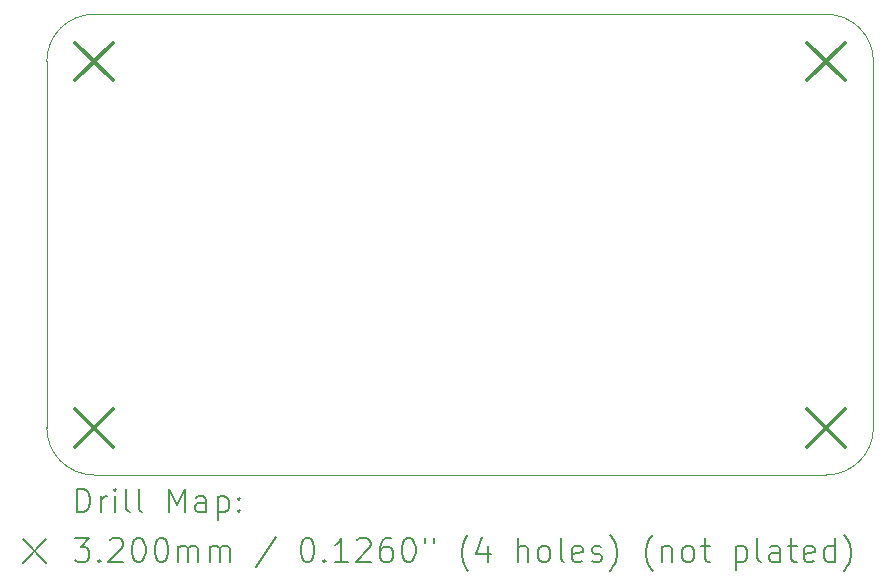
<source format=gbr>
%TF.GenerationSoftware,KiCad,Pcbnew,8.0.3*%
%TF.CreationDate,2024-06-07T01:40:51+12:00*%
%TF.ProjectId,microcontroller,6d696372-6f63-46f6-9e74-726f6c6c6572,0.1.2*%
%TF.SameCoordinates,Original*%
%TF.FileFunction,Drillmap*%
%TF.FilePolarity,Positive*%
%FSLAX45Y45*%
G04 Gerber Fmt 4.5, Leading zero omitted, Abs format (unit mm)*
G04 Created by KiCad (PCBNEW 8.0.3) date 2024-06-07 01:40:51*
%MOMM*%
%LPD*%
G01*
G04 APERTURE LIST*
%ADD10C,0.100000*%
%ADD11C,0.200000*%
%ADD12C,0.320000*%
G04 APERTURE END LIST*
D10*
X12000000Y-6600000D02*
X18200000Y-6600000D01*
X18600000Y-7000000D02*
X18600000Y-10100000D01*
X18200000Y-10500000D02*
X12000000Y-10500000D01*
X12000000Y-10500000D02*
G75*
G02*
X11600000Y-10100000I0J400000D01*
G01*
X11600000Y-10100000D02*
X11600000Y-7000000D01*
X18600000Y-10100000D02*
G75*
G02*
X18200000Y-10500000I-400000J0D01*
G01*
X11600000Y-7000000D02*
G75*
G02*
X12000000Y-6600000I400000J0D01*
G01*
X18200000Y-6600000D02*
G75*
G02*
X18600000Y-7000000I0J-400000D01*
G01*
D11*
D12*
X11840000Y-6840000D02*
X12160000Y-7160000D01*
X12160000Y-6840000D02*
X11840000Y-7160000D01*
X11840000Y-9940000D02*
X12160000Y-10260000D01*
X12160000Y-9940000D02*
X11840000Y-10260000D01*
X18040000Y-6840000D02*
X18360000Y-7160000D01*
X18360000Y-6840000D02*
X18040000Y-7160000D01*
X18040000Y-9940000D02*
X18360000Y-10260000D01*
X18360000Y-9940000D02*
X18040000Y-10260000D01*
D11*
X11855777Y-10816484D02*
X11855777Y-10616484D01*
X11855777Y-10616484D02*
X11903396Y-10616484D01*
X11903396Y-10616484D02*
X11931967Y-10626008D01*
X11931967Y-10626008D02*
X11951015Y-10645055D01*
X11951015Y-10645055D02*
X11960539Y-10664103D01*
X11960539Y-10664103D02*
X11970062Y-10702198D01*
X11970062Y-10702198D02*
X11970062Y-10730770D01*
X11970062Y-10730770D02*
X11960539Y-10768865D01*
X11960539Y-10768865D02*
X11951015Y-10787912D01*
X11951015Y-10787912D02*
X11931967Y-10806960D01*
X11931967Y-10806960D02*
X11903396Y-10816484D01*
X11903396Y-10816484D02*
X11855777Y-10816484D01*
X12055777Y-10816484D02*
X12055777Y-10683150D01*
X12055777Y-10721246D02*
X12065301Y-10702198D01*
X12065301Y-10702198D02*
X12074824Y-10692674D01*
X12074824Y-10692674D02*
X12093872Y-10683150D01*
X12093872Y-10683150D02*
X12112920Y-10683150D01*
X12179586Y-10816484D02*
X12179586Y-10683150D01*
X12179586Y-10616484D02*
X12170062Y-10626008D01*
X12170062Y-10626008D02*
X12179586Y-10635531D01*
X12179586Y-10635531D02*
X12189110Y-10626008D01*
X12189110Y-10626008D02*
X12179586Y-10616484D01*
X12179586Y-10616484D02*
X12179586Y-10635531D01*
X12303396Y-10816484D02*
X12284348Y-10806960D01*
X12284348Y-10806960D02*
X12274824Y-10787912D01*
X12274824Y-10787912D02*
X12274824Y-10616484D01*
X12408158Y-10816484D02*
X12389110Y-10806960D01*
X12389110Y-10806960D02*
X12379586Y-10787912D01*
X12379586Y-10787912D02*
X12379586Y-10616484D01*
X12636729Y-10816484D02*
X12636729Y-10616484D01*
X12636729Y-10616484D02*
X12703396Y-10759341D01*
X12703396Y-10759341D02*
X12770062Y-10616484D01*
X12770062Y-10616484D02*
X12770062Y-10816484D01*
X12951015Y-10816484D02*
X12951015Y-10711722D01*
X12951015Y-10711722D02*
X12941491Y-10692674D01*
X12941491Y-10692674D02*
X12922443Y-10683150D01*
X12922443Y-10683150D02*
X12884348Y-10683150D01*
X12884348Y-10683150D02*
X12865301Y-10692674D01*
X12951015Y-10806960D02*
X12931967Y-10816484D01*
X12931967Y-10816484D02*
X12884348Y-10816484D01*
X12884348Y-10816484D02*
X12865301Y-10806960D01*
X12865301Y-10806960D02*
X12855777Y-10787912D01*
X12855777Y-10787912D02*
X12855777Y-10768865D01*
X12855777Y-10768865D02*
X12865301Y-10749817D01*
X12865301Y-10749817D02*
X12884348Y-10740293D01*
X12884348Y-10740293D02*
X12931967Y-10740293D01*
X12931967Y-10740293D02*
X12951015Y-10730770D01*
X13046253Y-10683150D02*
X13046253Y-10883150D01*
X13046253Y-10692674D02*
X13065301Y-10683150D01*
X13065301Y-10683150D02*
X13103396Y-10683150D01*
X13103396Y-10683150D02*
X13122443Y-10692674D01*
X13122443Y-10692674D02*
X13131967Y-10702198D01*
X13131967Y-10702198D02*
X13141491Y-10721246D01*
X13141491Y-10721246D02*
X13141491Y-10778389D01*
X13141491Y-10778389D02*
X13131967Y-10797436D01*
X13131967Y-10797436D02*
X13122443Y-10806960D01*
X13122443Y-10806960D02*
X13103396Y-10816484D01*
X13103396Y-10816484D02*
X13065301Y-10816484D01*
X13065301Y-10816484D02*
X13046253Y-10806960D01*
X13227205Y-10797436D02*
X13236729Y-10806960D01*
X13236729Y-10806960D02*
X13227205Y-10816484D01*
X13227205Y-10816484D02*
X13217682Y-10806960D01*
X13217682Y-10806960D02*
X13227205Y-10797436D01*
X13227205Y-10797436D02*
X13227205Y-10816484D01*
X13227205Y-10692674D02*
X13236729Y-10702198D01*
X13236729Y-10702198D02*
X13227205Y-10711722D01*
X13227205Y-10711722D02*
X13217682Y-10702198D01*
X13217682Y-10702198D02*
X13227205Y-10692674D01*
X13227205Y-10692674D02*
X13227205Y-10711722D01*
X11395000Y-11045000D02*
X11595000Y-11245000D01*
X11595000Y-11045000D02*
X11395000Y-11245000D01*
X11836729Y-11036484D02*
X11960539Y-11036484D01*
X11960539Y-11036484D02*
X11893872Y-11112674D01*
X11893872Y-11112674D02*
X11922443Y-11112674D01*
X11922443Y-11112674D02*
X11941491Y-11122198D01*
X11941491Y-11122198D02*
X11951015Y-11131722D01*
X11951015Y-11131722D02*
X11960539Y-11150770D01*
X11960539Y-11150770D02*
X11960539Y-11198388D01*
X11960539Y-11198388D02*
X11951015Y-11217436D01*
X11951015Y-11217436D02*
X11941491Y-11226960D01*
X11941491Y-11226960D02*
X11922443Y-11236484D01*
X11922443Y-11236484D02*
X11865301Y-11236484D01*
X11865301Y-11236484D02*
X11846253Y-11226960D01*
X11846253Y-11226960D02*
X11836729Y-11217436D01*
X12046253Y-11217436D02*
X12055777Y-11226960D01*
X12055777Y-11226960D02*
X12046253Y-11236484D01*
X12046253Y-11236484D02*
X12036729Y-11226960D01*
X12036729Y-11226960D02*
X12046253Y-11217436D01*
X12046253Y-11217436D02*
X12046253Y-11236484D01*
X12131967Y-11055531D02*
X12141491Y-11046008D01*
X12141491Y-11046008D02*
X12160539Y-11036484D01*
X12160539Y-11036484D02*
X12208158Y-11036484D01*
X12208158Y-11036484D02*
X12227205Y-11046008D01*
X12227205Y-11046008D02*
X12236729Y-11055531D01*
X12236729Y-11055531D02*
X12246253Y-11074579D01*
X12246253Y-11074579D02*
X12246253Y-11093627D01*
X12246253Y-11093627D02*
X12236729Y-11122198D01*
X12236729Y-11122198D02*
X12122443Y-11236484D01*
X12122443Y-11236484D02*
X12246253Y-11236484D01*
X12370062Y-11036484D02*
X12389110Y-11036484D01*
X12389110Y-11036484D02*
X12408158Y-11046008D01*
X12408158Y-11046008D02*
X12417682Y-11055531D01*
X12417682Y-11055531D02*
X12427205Y-11074579D01*
X12427205Y-11074579D02*
X12436729Y-11112674D01*
X12436729Y-11112674D02*
X12436729Y-11160293D01*
X12436729Y-11160293D02*
X12427205Y-11198388D01*
X12427205Y-11198388D02*
X12417682Y-11217436D01*
X12417682Y-11217436D02*
X12408158Y-11226960D01*
X12408158Y-11226960D02*
X12389110Y-11236484D01*
X12389110Y-11236484D02*
X12370062Y-11236484D01*
X12370062Y-11236484D02*
X12351015Y-11226960D01*
X12351015Y-11226960D02*
X12341491Y-11217436D01*
X12341491Y-11217436D02*
X12331967Y-11198388D01*
X12331967Y-11198388D02*
X12322443Y-11160293D01*
X12322443Y-11160293D02*
X12322443Y-11112674D01*
X12322443Y-11112674D02*
X12331967Y-11074579D01*
X12331967Y-11074579D02*
X12341491Y-11055531D01*
X12341491Y-11055531D02*
X12351015Y-11046008D01*
X12351015Y-11046008D02*
X12370062Y-11036484D01*
X12560539Y-11036484D02*
X12579586Y-11036484D01*
X12579586Y-11036484D02*
X12598634Y-11046008D01*
X12598634Y-11046008D02*
X12608158Y-11055531D01*
X12608158Y-11055531D02*
X12617682Y-11074579D01*
X12617682Y-11074579D02*
X12627205Y-11112674D01*
X12627205Y-11112674D02*
X12627205Y-11160293D01*
X12627205Y-11160293D02*
X12617682Y-11198388D01*
X12617682Y-11198388D02*
X12608158Y-11217436D01*
X12608158Y-11217436D02*
X12598634Y-11226960D01*
X12598634Y-11226960D02*
X12579586Y-11236484D01*
X12579586Y-11236484D02*
X12560539Y-11236484D01*
X12560539Y-11236484D02*
X12541491Y-11226960D01*
X12541491Y-11226960D02*
X12531967Y-11217436D01*
X12531967Y-11217436D02*
X12522443Y-11198388D01*
X12522443Y-11198388D02*
X12512920Y-11160293D01*
X12512920Y-11160293D02*
X12512920Y-11112674D01*
X12512920Y-11112674D02*
X12522443Y-11074579D01*
X12522443Y-11074579D02*
X12531967Y-11055531D01*
X12531967Y-11055531D02*
X12541491Y-11046008D01*
X12541491Y-11046008D02*
X12560539Y-11036484D01*
X12712920Y-11236484D02*
X12712920Y-11103150D01*
X12712920Y-11122198D02*
X12722443Y-11112674D01*
X12722443Y-11112674D02*
X12741491Y-11103150D01*
X12741491Y-11103150D02*
X12770063Y-11103150D01*
X12770063Y-11103150D02*
X12789110Y-11112674D01*
X12789110Y-11112674D02*
X12798634Y-11131722D01*
X12798634Y-11131722D02*
X12798634Y-11236484D01*
X12798634Y-11131722D02*
X12808158Y-11112674D01*
X12808158Y-11112674D02*
X12827205Y-11103150D01*
X12827205Y-11103150D02*
X12855777Y-11103150D01*
X12855777Y-11103150D02*
X12874824Y-11112674D01*
X12874824Y-11112674D02*
X12884348Y-11131722D01*
X12884348Y-11131722D02*
X12884348Y-11236484D01*
X12979586Y-11236484D02*
X12979586Y-11103150D01*
X12979586Y-11122198D02*
X12989110Y-11112674D01*
X12989110Y-11112674D02*
X13008158Y-11103150D01*
X13008158Y-11103150D02*
X13036729Y-11103150D01*
X13036729Y-11103150D02*
X13055777Y-11112674D01*
X13055777Y-11112674D02*
X13065301Y-11131722D01*
X13065301Y-11131722D02*
X13065301Y-11236484D01*
X13065301Y-11131722D02*
X13074824Y-11112674D01*
X13074824Y-11112674D02*
X13093872Y-11103150D01*
X13093872Y-11103150D02*
X13122443Y-11103150D01*
X13122443Y-11103150D02*
X13141491Y-11112674D01*
X13141491Y-11112674D02*
X13151015Y-11131722D01*
X13151015Y-11131722D02*
X13151015Y-11236484D01*
X13541491Y-11026960D02*
X13370063Y-11284103D01*
X13798634Y-11036484D02*
X13817682Y-11036484D01*
X13817682Y-11036484D02*
X13836729Y-11046008D01*
X13836729Y-11046008D02*
X13846253Y-11055531D01*
X13846253Y-11055531D02*
X13855777Y-11074579D01*
X13855777Y-11074579D02*
X13865301Y-11112674D01*
X13865301Y-11112674D02*
X13865301Y-11160293D01*
X13865301Y-11160293D02*
X13855777Y-11198388D01*
X13855777Y-11198388D02*
X13846253Y-11217436D01*
X13846253Y-11217436D02*
X13836729Y-11226960D01*
X13836729Y-11226960D02*
X13817682Y-11236484D01*
X13817682Y-11236484D02*
X13798634Y-11236484D01*
X13798634Y-11236484D02*
X13779586Y-11226960D01*
X13779586Y-11226960D02*
X13770063Y-11217436D01*
X13770063Y-11217436D02*
X13760539Y-11198388D01*
X13760539Y-11198388D02*
X13751015Y-11160293D01*
X13751015Y-11160293D02*
X13751015Y-11112674D01*
X13751015Y-11112674D02*
X13760539Y-11074579D01*
X13760539Y-11074579D02*
X13770063Y-11055531D01*
X13770063Y-11055531D02*
X13779586Y-11046008D01*
X13779586Y-11046008D02*
X13798634Y-11036484D01*
X13951015Y-11217436D02*
X13960539Y-11226960D01*
X13960539Y-11226960D02*
X13951015Y-11236484D01*
X13951015Y-11236484D02*
X13941491Y-11226960D01*
X13941491Y-11226960D02*
X13951015Y-11217436D01*
X13951015Y-11217436D02*
X13951015Y-11236484D01*
X14151015Y-11236484D02*
X14036729Y-11236484D01*
X14093872Y-11236484D02*
X14093872Y-11036484D01*
X14093872Y-11036484D02*
X14074825Y-11065055D01*
X14074825Y-11065055D02*
X14055777Y-11084103D01*
X14055777Y-11084103D02*
X14036729Y-11093627D01*
X14227206Y-11055531D02*
X14236729Y-11046008D01*
X14236729Y-11046008D02*
X14255777Y-11036484D01*
X14255777Y-11036484D02*
X14303396Y-11036484D01*
X14303396Y-11036484D02*
X14322444Y-11046008D01*
X14322444Y-11046008D02*
X14331967Y-11055531D01*
X14331967Y-11055531D02*
X14341491Y-11074579D01*
X14341491Y-11074579D02*
X14341491Y-11093627D01*
X14341491Y-11093627D02*
X14331967Y-11122198D01*
X14331967Y-11122198D02*
X14217682Y-11236484D01*
X14217682Y-11236484D02*
X14341491Y-11236484D01*
X14512920Y-11036484D02*
X14474825Y-11036484D01*
X14474825Y-11036484D02*
X14455777Y-11046008D01*
X14455777Y-11046008D02*
X14446253Y-11055531D01*
X14446253Y-11055531D02*
X14427206Y-11084103D01*
X14427206Y-11084103D02*
X14417682Y-11122198D01*
X14417682Y-11122198D02*
X14417682Y-11198388D01*
X14417682Y-11198388D02*
X14427206Y-11217436D01*
X14427206Y-11217436D02*
X14436729Y-11226960D01*
X14436729Y-11226960D02*
X14455777Y-11236484D01*
X14455777Y-11236484D02*
X14493872Y-11236484D01*
X14493872Y-11236484D02*
X14512920Y-11226960D01*
X14512920Y-11226960D02*
X14522444Y-11217436D01*
X14522444Y-11217436D02*
X14531967Y-11198388D01*
X14531967Y-11198388D02*
X14531967Y-11150770D01*
X14531967Y-11150770D02*
X14522444Y-11131722D01*
X14522444Y-11131722D02*
X14512920Y-11122198D01*
X14512920Y-11122198D02*
X14493872Y-11112674D01*
X14493872Y-11112674D02*
X14455777Y-11112674D01*
X14455777Y-11112674D02*
X14436729Y-11122198D01*
X14436729Y-11122198D02*
X14427206Y-11131722D01*
X14427206Y-11131722D02*
X14417682Y-11150770D01*
X14655777Y-11036484D02*
X14674825Y-11036484D01*
X14674825Y-11036484D02*
X14693872Y-11046008D01*
X14693872Y-11046008D02*
X14703396Y-11055531D01*
X14703396Y-11055531D02*
X14712920Y-11074579D01*
X14712920Y-11074579D02*
X14722444Y-11112674D01*
X14722444Y-11112674D02*
X14722444Y-11160293D01*
X14722444Y-11160293D02*
X14712920Y-11198388D01*
X14712920Y-11198388D02*
X14703396Y-11217436D01*
X14703396Y-11217436D02*
X14693872Y-11226960D01*
X14693872Y-11226960D02*
X14674825Y-11236484D01*
X14674825Y-11236484D02*
X14655777Y-11236484D01*
X14655777Y-11236484D02*
X14636729Y-11226960D01*
X14636729Y-11226960D02*
X14627206Y-11217436D01*
X14627206Y-11217436D02*
X14617682Y-11198388D01*
X14617682Y-11198388D02*
X14608158Y-11160293D01*
X14608158Y-11160293D02*
X14608158Y-11112674D01*
X14608158Y-11112674D02*
X14617682Y-11074579D01*
X14617682Y-11074579D02*
X14627206Y-11055531D01*
X14627206Y-11055531D02*
X14636729Y-11046008D01*
X14636729Y-11046008D02*
X14655777Y-11036484D01*
X14798634Y-11036484D02*
X14798634Y-11074579D01*
X14874825Y-11036484D02*
X14874825Y-11074579D01*
X15170063Y-11312674D02*
X15160539Y-11303150D01*
X15160539Y-11303150D02*
X15141491Y-11274579D01*
X15141491Y-11274579D02*
X15131968Y-11255531D01*
X15131968Y-11255531D02*
X15122444Y-11226960D01*
X15122444Y-11226960D02*
X15112920Y-11179341D01*
X15112920Y-11179341D02*
X15112920Y-11141246D01*
X15112920Y-11141246D02*
X15122444Y-11093627D01*
X15122444Y-11093627D02*
X15131968Y-11065055D01*
X15131968Y-11065055D02*
X15141491Y-11046008D01*
X15141491Y-11046008D02*
X15160539Y-11017436D01*
X15160539Y-11017436D02*
X15170063Y-11007912D01*
X15331968Y-11103150D02*
X15331968Y-11236484D01*
X15284348Y-11026960D02*
X15236729Y-11169817D01*
X15236729Y-11169817D02*
X15360539Y-11169817D01*
X15589110Y-11236484D02*
X15589110Y-11036484D01*
X15674825Y-11236484D02*
X15674825Y-11131722D01*
X15674825Y-11131722D02*
X15665301Y-11112674D01*
X15665301Y-11112674D02*
X15646253Y-11103150D01*
X15646253Y-11103150D02*
X15617682Y-11103150D01*
X15617682Y-11103150D02*
X15598634Y-11112674D01*
X15598634Y-11112674D02*
X15589110Y-11122198D01*
X15798634Y-11236484D02*
X15779587Y-11226960D01*
X15779587Y-11226960D02*
X15770063Y-11217436D01*
X15770063Y-11217436D02*
X15760539Y-11198388D01*
X15760539Y-11198388D02*
X15760539Y-11141246D01*
X15760539Y-11141246D02*
X15770063Y-11122198D01*
X15770063Y-11122198D02*
X15779587Y-11112674D01*
X15779587Y-11112674D02*
X15798634Y-11103150D01*
X15798634Y-11103150D02*
X15827206Y-11103150D01*
X15827206Y-11103150D02*
X15846253Y-11112674D01*
X15846253Y-11112674D02*
X15855777Y-11122198D01*
X15855777Y-11122198D02*
X15865301Y-11141246D01*
X15865301Y-11141246D02*
X15865301Y-11198388D01*
X15865301Y-11198388D02*
X15855777Y-11217436D01*
X15855777Y-11217436D02*
X15846253Y-11226960D01*
X15846253Y-11226960D02*
X15827206Y-11236484D01*
X15827206Y-11236484D02*
X15798634Y-11236484D01*
X15979587Y-11236484D02*
X15960539Y-11226960D01*
X15960539Y-11226960D02*
X15951015Y-11207912D01*
X15951015Y-11207912D02*
X15951015Y-11036484D01*
X16131968Y-11226960D02*
X16112920Y-11236484D01*
X16112920Y-11236484D02*
X16074825Y-11236484D01*
X16074825Y-11236484D02*
X16055777Y-11226960D01*
X16055777Y-11226960D02*
X16046253Y-11207912D01*
X16046253Y-11207912D02*
X16046253Y-11131722D01*
X16046253Y-11131722D02*
X16055777Y-11112674D01*
X16055777Y-11112674D02*
X16074825Y-11103150D01*
X16074825Y-11103150D02*
X16112920Y-11103150D01*
X16112920Y-11103150D02*
X16131968Y-11112674D01*
X16131968Y-11112674D02*
X16141491Y-11131722D01*
X16141491Y-11131722D02*
X16141491Y-11150770D01*
X16141491Y-11150770D02*
X16046253Y-11169817D01*
X16217682Y-11226960D02*
X16236730Y-11236484D01*
X16236730Y-11236484D02*
X16274825Y-11236484D01*
X16274825Y-11236484D02*
X16293872Y-11226960D01*
X16293872Y-11226960D02*
X16303396Y-11207912D01*
X16303396Y-11207912D02*
X16303396Y-11198388D01*
X16303396Y-11198388D02*
X16293872Y-11179341D01*
X16293872Y-11179341D02*
X16274825Y-11169817D01*
X16274825Y-11169817D02*
X16246253Y-11169817D01*
X16246253Y-11169817D02*
X16227206Y-11160293D01*
X16227206Y-11160293D02*
X16217682Y-11141246D01*
X16217682Y-11141246D02*
X16217682Y-11131722D01*
X16217682Y-11131722D02*
X16227206Y-11112674D01*
X16227206Y-11112674D02*
X16246253Y-11103150D01*
X16246253Y-11103150D02*
X16274825Y-11103150D01*
X16274825Y-11103150D02*
X16293872Y-11112674D01*
X16370063Y-11312674D02*
X16379587Y-11303150D01*
X16379587Y-11303150D02*
X16398634Y-11274579D01*
X16398634Y-11274579D02*
X16408158Y-11255531D01*
X16408158Y-11255531D02*
X16417682Y-11226960D01*
X16417682Y-11226960D02*
X16427206Y-11179341D01*
X16427206Y-11179341D02*
X16427206Y-11141246D01*
X16427206Y-11141246D02*
X16417682Y-11093627D01*
X16417682Y-11093627D02*
X16408158Y-11065055D01*
X16408158Y-11065055D02*
X16398634Y-11046008D01*
X16398634Y-11046008D02*
X16379587Y-11017436D01*
X16379587Y-11017436D02*
X16370063Y-11007912D01*
X16731968Y-11312674D02*
X16722444Y-11303150D01*
X16722444Y-11303150D02*
X16703396Y-11274579D01*
X16703396Y-11274579D02*
X16693872Y-11255531D01*
X16693872Y-11255531D02*
X16684349Y-11226960D01*
X16684349Y-11226960D02*
X16674825Y-11179341D01*
X16674825Y-11179341D02*
X16674825Y-11141246D01*
X16674825Y-11141246D02*
X16684349Y-11093627D01*
X16684349Y-11093627D02*
X16693872Y-11065055D01*
X16693872Y-11065055D02*
X16703396Y-11046008D01*
X16703396Y-11046008D02*
X16722444Y-11017436D01*
X16722444Y-11017436D02*
X16731968Y-11007912D01*
X16808158Y-11103150D02*
X16808158Y-11236484D01*
X16808158Y-11122198D02*
X16817682Y-11112674D01*
X16817682Y-11112674D02*
X16836730Y-11103150D01*
X16836730Y-11103150D02*
X16865301Y-11103150D01*
X16865301Y-11103150D02*
X16884349Y-11112674D01*
X16884349Y-11112674D02*
X16893873Y-11131722D01*
X16893873Y-11131722D02*
X16893873Y-11236484D01*
X17017682Y-11236484D02*
X16998634Y-11226960D01*
X16998634Y-11226960D02*
X16989111Y-11217436D01*
X16989111Y-11217436D02*
X16979587Y-11198388D01*
X16979587Y-11198388D02*
X16979587Y-11141246D01*
X16979587Y-11141246D02*
X16989111Y-11122198D01*
X16989111Y-11122198D02*
X16998634Y-11112674D01*
X16998634Y-11112674D02*
X17017682Y-11103150D01*
X17017682Y-11103150D02*
X17046254Y-11103150D01*
X17046254Y-11103150D02*
X17065301Y-11112674D01*
X17065301Y-11112674D02*
X17074825Y-11122198D01*
X17074825Y-11122198D02*
X17084349Y-11141246D01*
X17084349Y-11141246D02*
X17084349Y-11198388D01*
X17084349Y-11198388D02*
X17074825Y-11217436D01*
X17074825Y-11217436D02*
X17065301Y-11226960D01*
X17065301Y-11226960D02*
X17046254Y-11236484D01*
X17046254Y-11236484D02*
X17017682Y-11236484D01*
X17141492Y-11103150D02*
X17217682Y-11103150D01*
X17170063Y-11036484D02*
X17170063Y-11207912D01*
X17170063Y-11207912D02*
X17179587Y-11226960D01*
X17179587Y-11226960D02*
X17198634Y-11236484D01*
X17198634Y-11236484D02*
X17217682Y-11236484D01*
X17436730Y-11103150D02*
X17436730Y-11303150D01*
X17436730Y-11112674D02*
X17455777Y-11103150D01*
X17455777Y-11103150D02*
X17493873Y-11103150D01*
X17493873Y-11103150D02*
X17512920Y-11112674D01*
X17512920Y-11112674D02*
X17522444Y-11122198D01*
X17522444Y-11122198D02*
X17531968Y-11141246D01*
X17531968Y-11141246D02*
X17531968Y-11198388D01*
X17531968Y-11198388D02*
X17522444Y-11217436D01*
X17522444Y-11217436D02*
X17512920Y-11226960D01*
X17512920Y-11226960D02*
X17493873Y-11236484D01*
X17493873Y-11236484D02*
X17455777Y-11236484D01*
X17455777Y-11236484D02*
X17436730Y-11226960D01*
X17646254Y-11236484D02*
X17627206Y-11226960D01*
X17627206Y-11226960D02*
X17617682Y-11207912D01*
X17617682Y-11207912D02*
X17617682Y-11036484D01*
X17808158Y-11236484D02*
X17808158Y-11131722D01*
X17808158Y-11131722D02*
X17798635Y-11112674D01*
X17798635Y-11112674D02*
X17779587Y-11103150D01*
X17779587Y-11103150D02*
X17741492Y-11103150D01*
X17741492Y-11103150D02*
X17722444Y-11112674D01*
X17808158Y-11226960D02*
X17789111Y-11236484D01*
X17789111Y-11236484D02*
X17741492Y-11236484D01*
X17741492Y-11236484D02*
X17722444Y-11226960D01*
X17722444Y-11226960D02*
X17712920Y-11207912D01*
X17712920Y-11207912D02*
X17712920Y-11188865D01*
X17712920Y-11188865D02*
X17722444Y-11169817D01*
X17722444Y-11169817D02*
X17741492Y-11160293D01*
X17741492Y-11160293D02*
X17789111Y-11160293D01*
X17789111Y-11160293D02*
X17808158Y-11150770D01*
X17874825Y-11103150D02*
X17951015Y-11103150D01*
X17903396Y-11036484D02*
X17903396Y-11207912D01*
X17903396Y-11207912D02*
X17912920Y-11226960D01*
X17912920Y-11226960D02*
X17931968Y-11236484D01*
X17931968Y-11236484D02*
X17951015Y-11236484D01*
X18093873Y-11226960D02*
X18074825Y-11236484D01*
X18074825Y-11236484D02*
X18036730Y-11236484D01*
X18036730Y-11236484D02*
X18017682Y-11226960D01*
X18017682Y-11226960D02*
X18008158Y-11207912D01*
X18008158Y-11207912D02*
X18008158Y-11131722D01*
X18008158Y-11131722D02*
X18017682Y-11112674D01*
X18017682Y-11112674D02*
X18036730Y-11103150D01*
X18036730Y-11103150D02*
X18074825Y-11103150D01*
X18074825Y-11103150D02*
X18093873Y-11112674D01*
X18093873Y-11112674D02*
X18103396Y-11131722D01*
X18103396Y-11131722D02*
X18103396Y-11150770D01*
X18103396Y-11150770D02*
X18008158Y-11169817D01*
X18274825Y-11236484D02*
X18274825Y-11036484D01*
X18274825Y-11226960D02*
X18255777Y-11236484D01*
X18255777Y-11236484D02*
X18217682Y-11236484D01*
X18217682Y-11236484D02*
X18198635Y-11226960D01*
X18198635Y-11226960D02*
X18189111Y-11217436D01*
X18189111Y-11217436D02*
X18179587Y-11198388D01*
X18179587Y-11198388D02*
X18179587Y-11141246D01*
X18179587Y-11141246D02*
X18189111Y-11122198D01*
X18189111Y-11122198D02*
X18198635Y-11112674D01*
X18198635Y-11112674D02*
X18217682Y-11103150D01*
X18217682Y-11103150D02*
X18255777Y-11103150D01*
X18255777Y-11103150D02*
X18274825Y-11112674D01*
X18351016Y-11312674D02*
X18360539Y-11303150D01*
X18360539Y-11303150D02*
X18379587Y-11274579D01*
X18379587Y-11274579D02*
X18389111Y-11255531D01*
X18389111Y-11255531D02*
X18398635Y-11226960D01*
X18398635Y-11226960D02*
X18408158Y-11179341D01*
X18408158Y-11179341D02*
X18408158Y-11141246D01*
X18408158Y-11141246D02*
X18398635Y-11093627D01*
X18398635Y-11093627D02*
X18389111Y-11065055D01*
X18389111Y-11065055D02*
X18379587Y-11046008D01*
X18379587Y-11046008D02*
X18360539Y-11017436D01*
X18360539Y-11017436D02*
X18351016Y-11007912D01*
M02*

</source>
